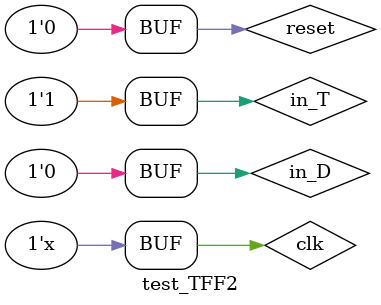
<source format=v>
`timescale 1ns / 1ps


module test_TFF2;

	// Inputs
	reg in_T;
	reg clk;
	reg reset;

	// Outputs
	wire out_Q;
	wire out_QBar;
	reg in_D;

	// Instantiate the Unit Under Test (UUT)
	TFF2 uut (
		.out_Q(out_Q), 
		.out_QBar(out_QBar), 
		.in_T(in_T), 
		.clk(clk), 
		.reset(reset),
		.in_D(in_D)
	);

	initial begin
		// Initialize Inputs
		in_T = 1;
		clk = 0;
		reset = 1;
		in_D = 0;
		
		#2 reset = 0;

		// Wait 100 ns for global reset to finish
		#100;
        
		// Add stimulus here

	end
	
	always begin
		#20 clk = ~clk;
	end
      
endmodule


</source>
